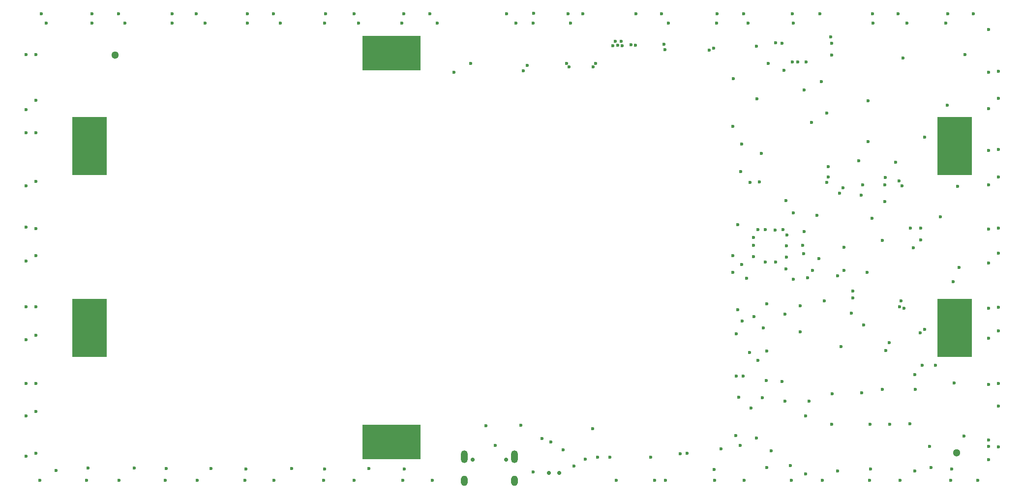
<source format=gbr>
%TF.GenerationSoftware,KiCad,Pcbnew,(6.0.6-0)*%
%TF.CreationDate,2022-08-06T22:16:54+02:00*%
%TF.ProjectId,GlowSignMainPCB,476c6f77-5369-4676-9e4d-61696e504342,rev?*%
%TF.SameCoordinates,Original*%
%TF.FileFunction,Soldermask,Bot*%
%TF.FilePolarity,Negative*%
%FSLAX46Y46*%
G04 Gerber Fmt 4.6, Leading zero omitted, Abs format (unit mm)*
G04 Created by KiCad (PCBNEW (6.0.6-0)) date 2022-08-06 22:16:54*
%MOMM*%
%LPD*%
G01*
G04 APERTURE LIST*
%ADD10C,0.700025*%
%ADD11O,1.200000X1.800000*%
%ADD12O,1.200000X2.200000*%
%ADD13R,10.000000X6.000000*%
%ADD14R,6.000000X10.000000*%
%ADD15C,1.300000*%
%ADD16C,0.600000*%
G04 APERTURE END LIST*
D10*
%TO.C,SW3*%
X157493460Y-139475768D03*
X159193486Y-139475768D03*
%TD*%
%TO.C,USB1*%
X144328382Y-137197455D03*
X150108418Y-137197455D03*
D11*
X151538441Y-140877414D03*
D12*
X142898359Y-136697328D03*
D11*
X142898359Y-140877414D03*
D12*
X151538441Y-136697328D03*
%TD*%
D13*
%TO.C,P1*%
X130352800Y-67157600D03*
%TD*%
%TO.C,P2*%
X130352800Y-134162800D03*
%TD*%
D14*
%TO.C,P4*%
X78333600Y-114503200D03*
%TD*%
%TO.C,P3*%
X78333600Y-83159600D03*
%TD*%
%TO.C,P6*%
X227279200Y-114503200D03*
%TD*%
%TO.C,P5*%
X227279200Y-83159600D03*
%TD*%
D15*
X82804000Y-67513200D03*
X227634800Y-136042400D03*
D16*
X167944800Y-136753600D03*
X198374000Y-102311200D03*
X207111600Y-139192000D03*
X69138800Y-115824000D03*
X69138800Y-80924400D03*
X233172000Y-111099600D03*
X207111600Y-105511600D03*
X113131600Y-138734800D03*
X233172000Y-134924800D03*
X226009200Y-76149200D03*
X223012000Y-134924800D03*
X233172000Y-103378000D03*
X126492000Y-138734800D03*
X205536800Y-86766400D03*
X227076000Y-106578400D03*
X199491600Y-106121200D03*
X69138800Y-128879600D03*
X194716400Y-97586800D03*
X91541600Y-138734800D03*
X233172000Y-133858000D03*
X105308400Y-138785600D03*
X192684400Y-102209600D03*
X190500000Y-87579200D03*
X72593200Y-139039600D03*
X233172000Y-116332000D03*
X138226800Y-62026800D03*
X191973200Y-118719600D03*
X206095600Y-65481200D03*
X229108000Y-67411600D03*
X99314000Y-138734800D03*
X233172000Y-76758800D03*
X180035200Y-136194800D03*
X208280000Y-100634800D03*
X200304400Y-68763652D03*
X181203600Y-136093200D03*
X218389200Y-68021200D03*
X193243200Y-75082400D03*
X193395600Y-97586800D03*
X69138800Y-89306400D03*
X168452800Y-65887600D03*
X220472000Y-139192000D03*
X165862000Y-136753600D03*
X192684400Y-100330000D03*
X224028000Y-120954800D03*
X206248000Y-125882400D03*
X132130800Y-62026800D03*
X194665600Y-103174800D03*
X186334400Y-62026800D03*
X212852000Y-138836400D03*
X233172000Y-89865200D03*
X69138800Y-136144000D03*
X194056000Y-84480400D03*
X69138800Y-67411600D03*
X118872000Y-138785600D03*
X69138800Y-110896400D03*
X169316400Y-65836800D03*
X151739600Y-62026800D03*
X227787200Y-90119200D03*
X194970400Y-138582400D03*
X78130400Y-138684000D03*
X185928000Y-138887200D03*
X205968600Y-64439800D03*
X213258400Y-62026800D03*
X199542400Y-62026800D03*
X233172000Y-97485200D03*
X194919600Y-110337600D03*
X105511600Y-62026800D03*
X201269600Y-101701600D03*
X154736800Y-62026800D03*
X190754000Y-113334800D03*
X205282800Y-77520800D03*
X69138800Y-102108000D03*
X169926000Y-65176400D03*
X220522800Y-125120400D03*
X233172000Y-63144400D03*
X191770000Y-62026800D03*
X196392800Y-97637600D03*
X192633600Y-98958400D03*
X161188400Y-62026800D03*
X196494400Y-103174800D03*
X69138800Y-97434400D03*
X118821200Y-62026800D03*
X227177600Y-124002800D03*
X174955200Y-136753600D03*
X206095600Y-67564000D03*
X192278000Y-128320800D03*
X200710800Y-115214400D03*
X214884000Y-99415600D03*
X98247200Y-62026800D03*
X233172000Y-137210800D03*
X197713600Y-97586800D03*
X219710000Y-97332800D03*
X226822000Y-138785600D03*
X228041200Y-104140000D03*
X124663200Y-62026800D03*
X221691200Y-120954800D03*
X225755200Y-62026800D03*
X233172000Y-83972400D03*
X199034400Y-138201400D03*
X212394800Y-75438000D03*
X197916800Y-70154800D03*
X222148400Y-81635600D03*
X198424800Y-98552000D03*
X78790800Y-62026800D03*
X206095600Y-131114800D03*
X170027600Y-65887600D03*
X199370452Y-68763652D03*
X159918400Y-135483600D03*
X111252000Y-62026800D03*
X224840800Y-95351600D03*
X233172000Y-124256800D03*
X69138800Y-124053600D03*
X228904800Y-133146800D03*
X84429600Y-62026800D03*
X132537200Y-138785600D03*
X168859200Y-65175900D03*
X70916800Y-62026800D03*
X233172000Y-70459600D03*
X219049600Y-62026800D03*
X201168000Y-100279200D03*
X69138800Y-75285600D03*
X178054000Y-62026800D03*
X190627000Y-82880200D03*
X211328000Y-125679200D03*
X198374000Y-100380800D03*
X86106000Y-138684000D03*
X193192400Y-65989200D03*
X221437200Y-97332800D03*
X92557600Y-62026800D03*
X189687200Y-122834400D03*
X190144400Y-126492000D03*
X209550000Y-111963200D03*
X212191600Y-104952800D03*
X216001600Y-117094000D03*
X189687200Y-115519200D03*
X211226400Y-91694000D03*
X189941200Y-111353600D03*
X211632800Y-114046000D03*
X213055200Y-95656400D03*
X190347600Y-134721600D03*
X208229200Y-104648000D03*
X209753200Y-109321600D03*
X192786000Y-112572800D03*
X217170000Y-85953600D03*
X212394800Y-82397600D03*
X210820000Y-85750400D03*
X217779600Y-110845600D03*
X221488000Y-99364800D03*
X198120000Y-112166400D03*
X209753200Y-108204000D03*
X220167200Y-100685600D03*
X211429600Y-89865200D03*
X215239600Y-92760800D03*
X220472000Y-122529600D03*
X203911200Y-102565200D03*
X198120000Y-127152400D03*
X202234800Y-127101600D03*
X204876400Y-109880400D03*
X193141600Y-133451600D03*
X153720800Y-69342000D03*
X187045600Y-135382000D03*
X195173600Y-68935600D03*
X189585600Y-133096000D03*
X201726800Y-68732400D03*
X197561200Y-65481200D03*
X144018000Y-68986400D03*
X201422000Y-73558400D03*
X196443600Y-65430400D03*
X193446400Y-120091200D03*
X194919600Y-118516400D03*
X190855600Y-122783600D03*
X194360800Y-114503200D03*
X197612000Y-123748800D03*
X194832900Y-123596400D03*
X194208400Y-126542800D03*
X203606400Y-95097600D03*
X189992000Y-96774000D03*
X201371200Y-97942400D03*
X190601600Y-103581200D03*
X191516000Y-105968800D03*
X218252500Y-90017600D03*
X193700400Y-89357200D03*
X218603978Y-111166827D03*
X207518000Y-91338400D03*
X205282800Y-89458800D03*
X215290400Y-89865200D03*
X218052481Y-109829600D03*
X208076800Y-90424000D03*
X192074800Y-89458800D03*
X217728800Y-89204800D03*
X215341200Y-88646000D03*
X205536800Y-88544400D03*
X164947600Y-131876800D03*
X146608800Y-131368800D03*
X148183600Y-134772400D03*
X222097600Y-114808000D03*
X221335600Y-115407500D03*
X156260800Y-133553200D03*
X215442800Y-118414800D03*
X207772000Y-117703600D03*
X198272400Y-92608400D03*
X202844400Y-104597200D03*
X195681600Y-135686800D03*
X201676000Y-129692400D03*
X199542400Y-94742000D03*
X200710800Y-110744000D03*
X157784800Y-134152700D03*
X189128400Y-102108000D03*
X202692000Y-79095600D03*
X189077600Y-104952800D03*
X152603200Y-131284000D03*
X189077600Y-79806800D03*
X234797600Y-124053600D03*
X234797600Y-70358000D03*
X234797600Y-97332800D03*
X234797600Y-127965200D03*
X96875600Y-140766800D03*
X132435600Y-60401200D03*
X234797600Y-135026400D03*
X212648800Y-140766800D03*
X154792762Y-60372951D03*
X191008000Y-60401200D03*
X191031200Y-140794400D03*
X177522800Y-140794400D03*
X230479600Y-60401200D03*
X67462400Y-102971600D03*
X213156800Y-60401200D03*
X132283200Y-140766800D03*
X92608400Y-60401200D03*
X186006400Y-140794400D03*
X110134400Y-140766800D03*
X234797600Y-110947200D03*
X67462400Y-90068400D03*
X204520800Y-140766800D03*
X123901200Y-140766800D03*
X91440000Y-140766800D03*
X234797600Y-88493600D03*
X226618800Y-140766800D03*
X226110800Y-60401200D03*
X69850000Y-140766800D03*
X234797600Y-101650800D03*
X83362800Y-60401200D03*
X234797600Y-115011200D03*
X123901200Y-60401200D03*
X67462400Y-129692400D03*
X105105200Y-140766800D03*
X67462400Y-97180400D03*
X231292400Y-140766800D03*
X96723200Y-60401200D03*
X176834800Y-60401200D03*
X175638800Y-140794400D03*
X186436000Y-60401200D03*
X77876400Y-140766800D03*
X199186800Y-140766800D03*
X67462400Y-124053600D03*
X118973600Y-60401200D03*
X78790800Y-60401200D03*
X105511600Y-60401200D03*
X83464400Y-140766800D03*
X160731200Y-60401200D03*
X67462400Y-76962000D03*
X163271200Y-60401200D03*
X234797600Y-74980800D03*
X70053200Y-60401200D03*
X172415200Y-60401200D03*
X169085600Y-140794400D03*
X234797600Y-83769200D03*
X136956800Y-60401200D03*
X67462400Y-110845600D03*
X67462400Y-80924400D03*
X118668800Y-140766800D03*
X199390000Y-60401200D03*
X137414000Y-140766800D03*
X150164800Y-60401200D03*
X204114400Y-60401200D03*
X67462400Y-67462400D03*
X67462400Y-116535200D03*
X223215200Y-138582400D03*
X217881200Y-140766800D03*
X217525600Y-60401200D03*
X110032800Y-60401200D03*
X201625200Y-139700000D03*
X67462400Y-136601200D03*
X163677600Y-137160000D03*
X201980800Y-105867200D03*
X204317600Y-72085200D03*
X141122400Y-70459600D03*
X153060400Y-70256400D03*
X198221600Y-104343200D03*
X154736800Y-139293600D03*
X161747200Y-138328400D03*
X216154000Y-131082000D03*
X212750400Y-131114800D03*
X219557600Y-131013200D03*
X214884000Y-125120400D03*
X171551600Y-65786000D03*
X172313600Y-65836800D03*
X177292000Y-65633600D03*
X177393600Y-66598800D03*
X185013600Y-66700400D03*
X185826400Y-66344800D03*
X165506400Y-68935600D03*
X189230000Y-71628000D03*
X165049200Y-69545200D03*
X160477200Y-68935600D03*
X160934400Y-69545200D03*
M02*

</source>
